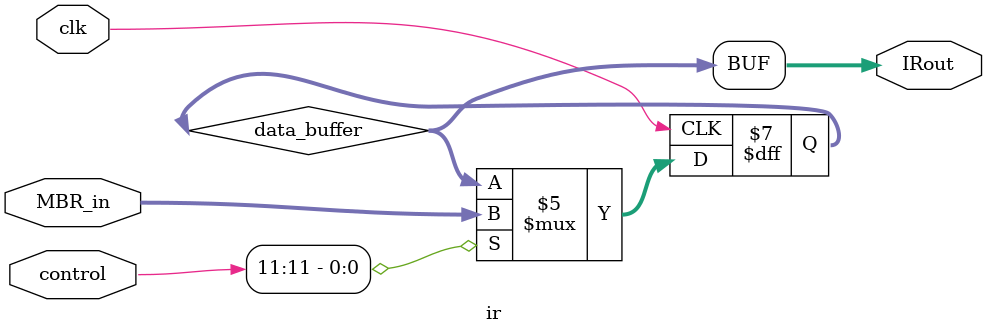
<source format=v>
`timescale 1ns / 1ps


module ir(
    input clk,
    input [24:0]control,
    input [7:0] MBR_in,
    output [7:0] IRout
    );
    reg [7:0] data_buffer;
    initial
    begin
    data_buffer=0;
    end
    assign IRout = data_buffer;
    always@(posedge clk)
    begin
    if(control[11]==1) data_buffer = MBR_in;
    end   
endmodule

</source>
